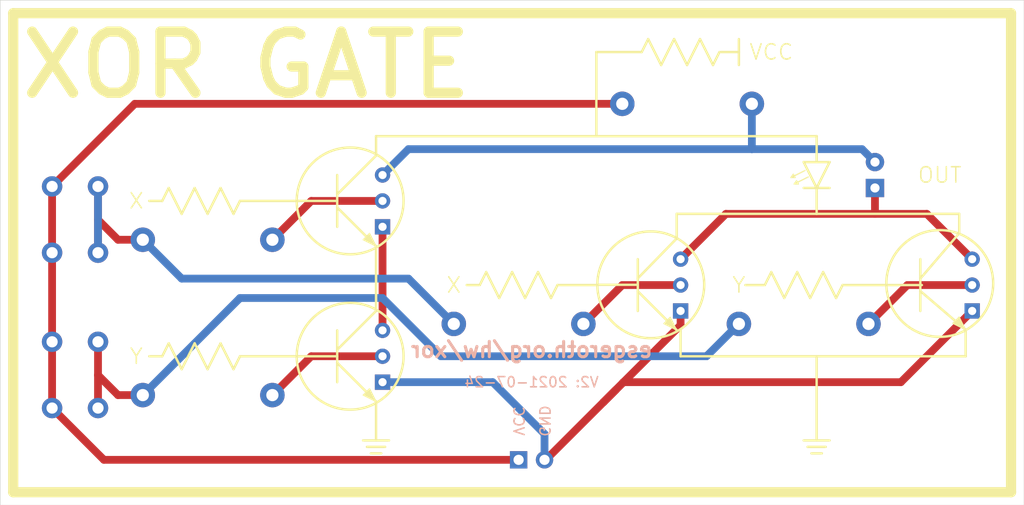
<source format=kicad_pcb>
(kicad_pcb (version 20171130) (host pcbnew 5.1.9+dfsg1-1)

  (general
    (thickness 1.6)
    (drawings 119)
    (tracks 57)
    (zones 0)
    (modules 13)
    (nets 12)
  )

  (page A4)
  (layers
    (0 F.Cu signal)
    (31 B.Cu signal)
    (32 B.Adhes user)
    (33 F.Adhes user)
    (34 B.Paste user)
    (35 F.Paste user)
    (36 B.SilkS user)
    (37 F.SilkS user)
    (38 B.Mask user)
    (39 F.Mask user)
    (40 Dwgs.User user)
    (41 Cmts.User user)
    (42 Eco1.User user)
    (43 Eco2.User user)
    (44 Edge.Cuts user)
    (45 Margin user)
    (46 B.CrtYd user)
    (47 F.CrtYd user)
    (48 B.Fab user)
    (49 F.Fab user)
  )

  (setup
    (last_trace_width 0.762)
    (user_trace_width 0.762)
    (user_trace_width 1.016)
    (trace_clearance 0.1524)
    (zone_clearance 0.508)
    (zone_45_only no)
    (trace_min 0.1524)
    (via_size 0.6858)
    (via_drill 0.3302)
    (via_min_size 0.508)
    (via_min_drill 0.254)
    (uvia_size 0.6858)
    (uvia_drill 0.3302)
    (uvias_allowed no)
    (uvia_min_size 0.508)
    (uvia_min_drill 0.254)
    (edge_width 0.05)
    (segment_width 0.2)
    (pcb_text_width 0.3)
    (pcb_text_size 1.5 1.5)
    (mod_edge_width 0.12)
    (mod_text_size 1 1)
    (mod_text_width 0.15)
    (pad_size 1.524 1.524)
    (pad_drill 0.762)
    (pad_to_mask_clearance 0.0508)
    (solder_mask_min_width 0.1016)
    (aux_axis_origin 0 0)
    (visible_elements FFFFFF7F)
    (pcbplotparams
      (layerselection 0x010fc_ffffffff)
      (usegerberextensions false)
      (usegerberattributes true)
      (usegerberadvancedattributes true)
      (creategerberjobfile true)
      (excludeedgelayer true)
      (linewidth 0.100000)
      (plotframeref false)
      (viasonmask false)
      (mode 1)
      (useauxorigin false)
      (hpglpennumber 1)
      (hpglpenspeed 20)
      (hpglpendiameter 15.000000)
      (psnegative false)
      (psa4output false)
      (plotreference true)
      (plotvalue true)
      (plotinvisibletext false)
      (padsonsilk false)
      (subtractmaskfromsilk false)
      (outputformat 1)
      (mirror false)
      (drillshape 1)
      (scaleselection 1)
      (outputdirectory ""))
  )

  (net 0 "")
  (net 1 "Net-(D1-Pad1)")
  (net 2 "Net-(D1-Pad2)")
  (net 3 VCC)
  (net 4 GND)
  (net 5 "Net-(Q1-Pad2)")
  (net 6 "Net-(Q1-Pad1)")
  (net 7 "Net-(Q2-Pad2)")
  (net 8 "Net-(Q3-Pad2)")
  (net 9 "Net-(Q4-Pad2)")
  (net 10 "Net-(R1-Pad2)")
  (net 11 "Net-(R2-Pad2)")

  (net_class Default "This is the default net class."
    (clearance 0.1524)
    (trace_width 0.1524)
    (via_dia 0.6858)
    (via_drill 0.3302)
    (uvia_dia 0.6858)
    (uvia_drill 0.3302)
    (add_net GND)
    (add_net "Net-(D1-Pad1)")
    (add_net "Net-(D1-Pad2)")
    (add_net "Net-(Q1-Pad1)")
    (add_net "Net-(Q1-Pad2)")
    (add_net "Net-(Q2-Pad2)")
    (add_net "Net-(Q3-Pad2)")
    (add_net "Net-(Q4-Pad2)")
    (add_net "Net-(R1-Pad2)")
    (add_net "Net-(R2-Pad2)")
    (add_net VCC)
  )

  (module Package_TO_SOT_THT:TO-92_Inline_Wide (layer F.Cu) (tedit 60FB1B87) (tstamp 60FA92E4)
    (at 171.45 81.28 90)
    (descr "TO-92 leads in-line, wide, drill 0.75mm (see NXP sot054_po.pdf)")
    (tags "to-92 sc-43 sc-43a sot54 PA33 transistor")
    (path /60FAB3F5)
    (fp_text reference Q4 (at 2.54 -3.56 90) (layer F.SilkS) hide
      (effects (font (size 1 1) (thickness 0.15)))
    )
    (fp_text value PN2222A (at 2.54 2.79 90) (layer F.Fab)
      (effects (font (size 1 1) (thickness 0.15)))
    )
    (fp_arc (start 2.54 0) (end 2.54 -2.48) (angle -135) (layer F.Fab) (width 0.1))
    (fp_arc (start 2.54 0) (end 2.54 -2.48) (angle 135) (layer F.Fab) (width 0.1))
    (fp_text user %R (at 2.54 0 90) (layer F.Fab)
      (effects (font (size 1 1) (thickness 0.15)))
    )
    (fp_line (start 0.8 1.75) (end 4.3 1.75) (layer F.Fab) (width 0.1))
    (fp_line (start -1.01 -2.73) (end 6.09 -2.73) (layer F.CrtYd) (width 0.05))
    (fp_line (start -1.01 -2.73) (end -1.01 2.01) (layer F.CrtYd) (width 0.05))
    (fp_line (start 6.09 2.01) (end 6.09 -2.73) (layer F.CrtYd) (width 0.05))
    (fp_line (start 6.09 2.01) (end -1.01 2.01) (layer F.CrtYd) (width 0.05))
    (pad 1 thru_hole rect (at 0 0 90) (size 1.5 1.5) (drill 0.8) (layers *.Cu *.Mask)
      (net 4 GND))
    (pad 3 thru_hole circle (at 5.08 0 90) (size 1.5 1.5) (drill 0.8) (layers *.Cu *.Mask)
      (net 1 "Net-(D1-Pad1)"))
    (pad 2 thru_hole circle (at 2.54 0 90) (size 1.5 1.5) (drill 0.8) (layers *.Cu *.Mask)
      (net 9 "Net-(Q4-Pad2)"))
    (model ${KISYS3DMOD}/Package_TO_SOT_THT.3dshapes/TO-92_Inline_Wide.wrl
      (at (xyz 0 0 0))
      (scale (xyz 1 1 1))
      (rotate (xyz 0 0 0))
    )
  )

  (module Package_TO_SOT_THT:TO-92_Inline_Wide (layer F.Cu) (tedit 60FB1B77) (tstamp 60FAA0C7)
    (at 142.875 81.28 90)
    (descr "TO-92 leads in-line, wide, drill 0.75mm (see NXP sot054_po.pdf)")
    (tags "to-92 sc-43 sc-43a sot54 PA33 transistor")
    (path /60FAAC55)
    (fp_text reference Q3 (at 2.54 -3.56 90) (layer F.SilkS) hide
      (effects (font (size 1 1) (thickness 0.15)))
    )
    (fp_text value PN2222A (at 2.54 2.79 90) (layer F.Fab)
      (effects (font (size 1 1) (thickness 0.15)))
    )
    (fp_arc (start 2.54 0) (end 2.54 -2.48) (angle -135) (layer F.Fab) (width 0.1))
    (fp_arc (start 2.54 0) (end 2.54 -2.48) (angle 135) (layer F.Fab) (width 0.1))
    (fp_text user %R (at 2.54 0 90) (layer F.Fab)
      (effects (font (size 1 1) (thickness 0.15)))
    )
    (fp_line (start 0.8 1.75) (end 4.3 1.75) (layer F.Fab) (width 0.1))
    (fp_line (start -1.01 -2.73) (end 6.09 -2.73) (layer F.CrtYd) (width 0.05))
    (fp_line (start -1.01 -2.73) (end -1.01 2.01) (layer F.CrtYd) (width 0.05))
    (fp_line (start 6.09 2.01) (end 6.09 -2.73) (layer F.CrtYd) (width 0.05))
    (fp_line (start 6.09 2.01) (end -1.01 2.01) (layer F.CrtYd) (width 0.05))
    (pad 1 thru_hole rect (at 0 0 90) (size 1.5 1.5) (drill 0.8) (layers *.Cu *.Mask)
      (net 4 GND))
    (pad 3 thru_hole circle (at 5.08 0 90) (size 1.5 1.5) (drill 0.8) (layers *.Cu *.Mask)
      (net 1 "Net-(D1-Pad1)"))
    (pad 2 thru_hole circle (at 2.54 0 90) (size 1.5 1.5) (drill 0.8) (layers *.Cu *.Mask)
      (net 8 "Net-(Q3-Pad2)"))
    (model ${KISYS3DMOD}/Package_TO_SOT_THT.3dshapes/TO-92_Inline_Wide.wrl
      (at (xyz 0 0 0))
      (scale (xyz 1 1 1))
      (rotate (xyz 0 0 0))
    )
  )

  (module Resistor_THT:R_Axial_DIN0411_L9.9mm_D3.6mm_P12.70mm_Horizontal (layer F.Cu) (tedit 60FB1B66) (tstamp 60FA9312)
    (at 102.87 89.535 180)
    (descr "Resistor, Axial_DIN0411 series, Axial, Horizontal, pin pitch=12.7mm, 1W, length*diameter=9.9*3.6mm^2")
    (tags "Resistor Axial_DIN0411 series Axial Horizontal pin pitch 12.7mm 1W length 9.9mm diameter 3.6mm")
    (path /60FAC52B)
    (fp_text reference R2 (at 6.35 -2.92 180) (layer F.SilkS) hide
      (effects (font (size 1 1) (thickness 0.15)))
    )
    (fp_text value 10000 (at 6.35 2.92 180) (layer F.Fab)
      (effects (font (size 1 1) (thickness 0.15)))
    )
    (fp_line (start 14.15 -2.05) (end -1.45 -2.05) (layer F.CrtYd) (width 0.05))
    (fp_line (start 14.15 2.05) (end 14.15 -2.05) (layer F.CrtYd) (width 0.05))
    (fp_line (start -1.45 2.05) (end 14.15 2.05) (layer F.CrtYd) (width 0.05))
    (fp_line (start -1.45 -2.05) (end -1.45 2.05) (layer F.CrtYd) (width 0.05))
    (fp_line (start 12.7 0) (end 11.3 0) (layer F.Fab) (width 0.1))
    (fp_line (start 0 0) (end 1.4 0) (layer F.Fab) (width 0.1))
    (fp_line (start 11.3 -1.8) (end 1.4 -1.8) (layer F.Fab) (width 0.1))
    (fp_line (start 11.3 1.8) (end 11.3 -1.8) (layer F.Fab) (width 0.1))
    (fp_line (start 1.4 1.8) (end 11.3 1.8) (layer F.Fab) (width 0.1))
    (fp_line (start 1.4 -1.8) (end 1.4 1.8) (layer F.Fab) (width 0.1))
    (fp_text user %R (at 6.35 0 180) (layer F.Fab)
      (effects (font (size 1 1) (thickness 0.15)))
    )
    (pad 1 thru_hole circle (at 0 0 180) (size 2.4 2.4) (drill 1.2) (layers *.Cu *.Mask)
      (net 7 "Net-(Q2-Pad2)"))
    (pad 2 thru_hole oval (at 12.7 0 180) (size 2.4 2.4) (drill 1.2) (layers *.Cu *.Mask)
      (net 11 "Net-(R2-Pad2)"))
    (model ${KISYS3DMOD}/Resistor_THT.3dshapes/R_Axial_DIN0411_L9.9mm_D3.6mm_P12.70mm_Horizontal.wrl
      (at (xyz 0 0 0))
      (scale (xyz 1 1 1))
      (rotate (xyz 0 0 0))
    )
  )

  (module Package_TO_SOT_THT:TO-92_Inline_Wide (layer F.Cu) (tedit 60FB1B55) (tstamp 60FA92AE)
    (at 113.665 73.025 90)
    (descr "TO-92 leads in-line, wide, drill 0.75mm (see NXP sot054_po.pdf)")
    (tags "to-92 sc-43 sc-43a sot54 PA33 transistor")
    (path /60FA9765)
    (fp_text reference Q1 (at 2.54 -3.56 90) (layer F.SilkS) hide
      (effects (font (size 1 1) (thickness 0.15)))
    )
    (fp_text value PN2222A (at 2.54 2.79 90) (layer F.Fab)
      (effects (font (size 1 1) (thickness 0.15)))
    )
    (fp_arc (start 2.54 0) (end 2.54 -2.48) (angle -135) (layer F.Fab) (width 0.1))
    (fp_arc (start 2.54 0) (end 2.54 -2.48) (angle 135) (layer F.Fab) (width 0.1))
    (fp_text user %R (at 2.54 0 90) (layer F.Fab)
      (effects (font (size 1 1) (thickness 0.15)))
    )
    (fp_line (start 0.8 1.75) (end 4.3 1.75) (layer F.Fab) (width 0.1))
    (fp_line (start -1.01 -2.73) (end 6.09 -2.73) (layer F.CrtYd) (width 0.05))
    (fp_line (start -1.01 -2.73) (end -1.01 2.01) (layer F.CrtYd) (width 0.05))
    (fp_line (start 6.09 2.01) (end 6.09 -2.73) (layer F.CrtYd) (width 0.05))
    (fp_line (start 6.09 2.01) (end -1.01 2.01) (layer F.CrtYd) (width 0.05))
    (pad 1 thru_hole rect (at 0 0 90) (size 1.5 1.5) (drill 0.8) (layers *.Cu *.Mask)
      (net 6 "Net-(Q1-Pad1)"))
    (pad 3 thru_hole circle (at 5.08 0 90) (size 1.5 1.5) (drill 0.8) (layers *.Cu *.Mask)
      (net 2 "Net-(D1-Pad2)"))
    (pad 2 thru_hole circle (at 2.54 0 90) (size 1.5 1.5) (drill 0.8) (layers *.Cu *.Mask)
      (net 5 "Net-(Q1-Pad2)"))
    (model ${KISYS3DMOD}/Package_TO_SOT_THT.3dshapes/TO-92_Inline_Wide.wrl
      (at (xyz 0 0 0))
      (scale (xyz 1 1 1))
      (rotate (xyz 0 0 0))
    )
  )

  (module Package_TO_SOT_THT:TO-92_Inline_Wide (layer F.Cu) (tedit 60FB1B42) (tstamp 60FA9D59)
    (at 113.665 88.265 90)
    (descr "TO-92 leads in-line, wide, drill 0.75mm (see NXP sot054_po.pdf)")
    (tags "to-92 sc-43 sc-43a sot54 PA33 transistor")
    (path /60FAA278)
    (fp_text reference Q2 (at 2.54 -3.56 90) (layer F.SilkS) hide
      (effects (font (size 1 1) (thickness 0.15)))
    )
    (fp_text value PN2222A (at 2.54 2.79 90) (layer F.Fab)
      (effects (font (size 1 1) (thickness 0.15)))
    )
    (fp_arc (start 2.54 0) (end 2.54 -2.48) (angle -135) (layer F.Fab) (width 0.1))
    (fp_arc (start 2.54 0) (end 2.54 -2.48) (angle 135) (layer F.Fab) (width 0.1))
    (fp_text user %R (at 2.54 0 90) (layer F.Fab)
      (effects (font (size 1 1) (thickness 0.15)))
    )
    (fp_line (start 0.8 1.75) (end 4.3 1.75) (layer F.Fab) (width 0.1))
    (fp_line (start -1.01 -2.73) (end 6.09 -2.73) (layer F.CrtYd) (width 0.05))
    (fp_line (start -1.01 -2.73) (end -1.01 2.01) (layer F.CrtYd) (width 0.05))
    (fp_line (start 6.09 2.01) (end 6.09 -2.73) (layer F.CrtYd) (width 0.05))
    (fp_line (start 6.09 2.01) (end -1.01 2.01) (layer F.CrtYd) (width 0.05))
    (pad 1 thru_hole rect (at 0 0 90) (size 1.5 1.5) (drill 0.8) (layers *.Cu *.Mask)
      (net 4 GND))
    (pad 3 thru_hole circle (at 5.08 0 90) (size 1.5 1.5) (drill 0.8) (layers *.Cu *.Mask)
      (net 6 "Net-(Q1-Pad1)"))
    (pad 2 thru_hole circle (at 2.54 0 90) (size 1.5 1.5) (drill 0.8) (layers *.Cu *.Mask)
      (net 7 "Net-(Q2-Pad2)"))
    (model ${KISYS3DMOD}/Package_TO_SOT_THT.3dshapes/TO-92_Inline_Wide.wrl
      (at (xyz 0 0 0))
      (scale (xyz 1 1 1))
      (rotate (xyz 0 0 0))
    )
  )

  (module Button_Switch_THT:SW_PUSH_6mm_H5mm (layer F.Cu) (tedit 60FAEAC8) (tstamp 60FA9376)
    (at 81.28 75.565 90)
    (descr "tactile push button, 6x6mm e.g. PHAP33xx series, height=5mm")
    (tags "tact sw push 6mm")
    (path /60FB915F)
    (fp_text reference SW1 (at 3.25 -2 90) (layer F.SilkS) hide
      (effects (font (size 1 1) (thickness 0.15)))
    )
    (fp_text value SW_Push (at 3.75 6.7 90) (layer F.Fab)
      (effects (font (size 1 1) (thickness 0.15)))
    )
    (fp_circle (center 3.25 2.25) (end 1.25 2.5) (layer F.Fab) (width 0.1))
    (fp_line (start 8 -1.25) (end 8 5.75) (layer F.CrtYd) (width 0.05))
    (fp_line (start 7.75 6) (end -1.25 6) (layer F.CrtYd) (width 0.05))
    (fp_line (start -1.5 5.75) (end -1.5 -1.25) (layer F.CrtYd) (width 0.05))
    (fp_line (start -1.25 -1.5) (end 7.75 -1.5) (layer F.CrtYd) (width 0.05))
    (fp_line (start -1.5 6) (end -1.25 6) (layer F.CrtYd) (width 0.05))
    (fp_line (start -1.5 5.75) (end -1.5 6) (layer F.CrtYd) (width 0.05))
    (fp_line (start -1.5 -1.5) (end -1.25 -1.5) (layer F.CrtYd) (width 0.05))
    (fp_line (start -1.5 -1.25) (end -1.5 -1.5) (layer F.CrtYd) (width 0.05))
    (fp_line (start 8 -1.5) (end 8 -1.25) (layer F.CrtYd) (width 0.05))
    (fp_line (start 7.75 -1.5) (end 8 -1.5) (layer F.CrtYd) (width 0.05))
    (fp_line (start 8 6) (end 8 5.75) (layer F.CrtYd) (width 0.05))
    (fp_line (start 7.75 6) (end 8 6) (layer F.CrtYd) (width 0.05))
    (fp_line (start 0.25 -0.75) (end 3.25 -0.75) (layer F.Fab) (width 0.1))
    (fp_line (start 0.25 5.25) (end 0.25 -0.75) (layer F.Fab) (width 0.1))
    (fp_line (start 6.25 5.25) (end 0.25 5.25) (layer F.Fab) (width 0.1))
    (fp_line (start 6.25 -0.75) (end 6.25 5.25) (layer F.Fab) (width 0.1))
    (fp_line (start 3.25 -0.75) (end 6.25 -0.75) (layer F.Fab) (width 0.1))
    (fp_text user %R (at 3.25 2.25 90) (layer F.Fab)
      (effects (font (size 1 1) (thickness 0.15)))
    )
    (pad 2 thru_hole circle (at 0 4.5 180) (size 2 2) (drill 1.1) (layers *.Cu *.Mask)
      (net 10 "Net-(R1-Pad2)"))
    (pad 1 thru_hole circle (at 0 0 180) (size 2 2) (drill 1.1) (layers *.Cu *.Mask)
      (net 3 VCC))
    (pad 2 thru_hole circle (at 6.5 4.5 180) (size 2 2) (drill 1.1) (layers *.Cu *.Mask)
      (net 10 "Net-(R1-Pad2)"))
    (pad 1 thru_hole circle (at 6.5 0 180) (size 2 2) (drill 1.1) (layers *.Cu *.Mask)
      (net 3 VCC))
    (model ${KISYS3DMOD}/Button_Switch_THT.3dshapes/SW_PUSH_6mm_H5mm.wrl
      (at (xyz 0 0 0))
      (scale (xyz 1 1 1))
      (rotate (xyz 0 0 0))
    )
  )

  (module Button_Switch_THT:SW_PUSH_6mm_H5mm (layer F.Cu) (tedit 60FAEABC) (tstamp 60FA9395)
    (at 81.28 90.805 90)
    (descr "tactile push button, 6x6mm e.g. PHAP33xx series, height=5mm")
    (tags "tact sw push 6mm")
    (path /60FB9C37)
    (fp_text reference SW2 (at 3.25 -2 90) (layer F.SilkS) hide
      (effects (font (size 1 1) (thickness 0.15)))
    )
    (fp_text value SW_Push (at 3.75 6.7 90) (layer F.Fab)
      (effects (font (size 1 1) (thickness 0.15)))
    )
    (fp_line (start 3.25 -0.75) (end 6.25 -0.75) (layer F.Fab) (width 0.1))
    (fp_line (start 6.25 -0.75) (end 6.25 5.25) (layer F.Fab) (width 0.1))
    (fp_line (start 6.25 5.25) (end 0.25 5.25) (layer F.Fab) (width 0.1))
    (fp_line (start 0.25 5.25) (end 0.25 -0.75) (layer F.Fab) (width 0.1))
    (fp_line (start 0.25 -0.75) (end 3.25 -0.75) (layer F.Fab) (width 0.1))
    (fp_line (start 7.75 6) (end 8 6) (layer F.CrtYd) (width 0.05))
    (fp_line (start 8 6) (end 8 5.75) (layer F.CrtYd) (width 0.05))
    (fp_line (start 7.75 -1.5) (end 8 -1.5) (layer F.CrtYd) (width 0.05))
    (fp_line (start 8 -1.5) (end 8 -1.25) (layer F.CrtYd) (width 0.05))
    (fp_line (start -1.5 -1.25) (end -1.5 -1.5) (layer F.CrtYd) (width 0.05))
    (fp_line (start -1.5 -1.5) (end -1.25 -1.5) (layer F.CrtYd) (width 0.05))
    (fp_line (start -1.5 5.75) (end -1.5 6) (layer F.CrtYd) (width 0.05))
    (fp_line (start -1.5 6) (end -1.25 6) (layer F.CrtYd) (width 0.05))
    (fp_line (start -1.25 -1.5) (end 7.75 -1.5) (layer F.CrtYd) (width 0.05))
    (fp_line (start -1.5 5.75) (end -1.5 -1.25) (layer F.CrtYd) (width 0.05))
    (fp_line (start 7.75 6) (end -1.25 6) (layer F.CrtYd) (width 0.05))
    (fp_line (start 8 -1.25) (end 8 5.75) (layer F.CrtYd) (width 0.05))
    (fp_circle (center 3.25 2.25) (end 1.25 2.5) (layer F.Fab) (width 0.1))
    (fp_text user %R (at 3.25 2.25 90) (layer F.Fab)
      (effects (font (size 1 1) (thickness 0.15)))
    )
    (pad 1 thru_hole circle (at 6.5 0 180) (size 2 2) (drill 1.1) (layers *.Cu *.Mask)
      (net 3 VCC))
    (pad 2 thru_hole circle (at 6.5 4.5 180) (size 2 2) (drill 1.1) (layers *.Cu *.Mask)
      (net 11 "Net-(R2-Pad2)"))
    (pad 1 thru_hole circle (at 0 0 180) (size 2 2) (drill 1.1) (layers *.Cu *.Mask)
      (net 3 VCC))
    (pad 2 thru_hole circle (at 0 4.5 180) (size 2 2) (drill 1.1) (layers *.Cu *.Mask)
      (net 11 "Net-(R2-Pad2)"))
    (model ${KISYS3DMOD}/Button_Switch_THT.3dshapes/SW_PUSH_6mm_H5mm.wrl
      (at (xyz 0 0 0))
      (scale (xyz 1 1 1))
      (rotate (xyz 0 0 0))
    )
  )

  (module Resistor_THT:R_Axial_DIN0411_L9.9mm_D3.6mm_P12.70mm_Horizontal (layer F.Cu) (tedit 60FAEAA5) (tstamp 60FAEAB2)
    (at 137.16 60.96)
    (descr "Resistor, Axial_DIN0411 series, Axial, Horizontal, pin pitch=12.7mm, 1W, length*diameter=9.9*3.6mm^2")
    (tags "Resistor Axial_DIN0411 series Axial Horizontal pin pitch 12.7mm 1W length 9.9mm diameter 3.6mm")
    (path /60FA855E)
    (fp_text reference R3 (at 6.35 -2.92 180) (layer F.SilkS) hide
      (effects (font (size 1 1) (thickness 0.15)))
    )
    (fp_text value 1000 (at 6.35 2.92 180) (layer F.Fab)
      (effects (font (size 1 1) (thickness 0.15)))
    )
    (fp_line (start 14.15 -2.05) (end -1.45 -2.05) (layer F.CrtYd) (width 0.05))
    (fp_line (start 14.15 2.05) (end 14.15 -2.05) (layer F.CrtYd) (width 0.05))
    (fp_line (start -1.45 2.05) (end 14.15 2.05) (layer F.CrtYd) (width 0.05))
    (fp_line (start -1.45 -2.05) (end -1.45 2.05) (layer F.CrtYd) (width 0.05))
    (fp_line (start 12.7 0) (end 11.3 0) (layer F.Fab) (width 0.1))
    (fp_line (start 0 0) (end 1.4 0) (layer F.Fab) (width 0.1))
    (fp_line (start 11.3 -1.8) (end 1.4 -1.8) (layer F.Fab) (width 0.1))
    (fp_line (start 11.3 1.8) (end 11.3 -1.8) (layer F.Fab) (width 0.1))
    (fp_line (start 1.4 1.8) (end 11.3 1.8) (layer F.Fab) (width 0.1))
    (fp_line (start 1.4 -1.8) (end 1.4 1.8) (layer F.Fab) (width 0.1))
    (fp_text user %R (at 6.35 0 90) (layer F.Fab)
      (effects (font (size 1 1) (thickness 0.15)))
    )
    (pad 1 thru_hole circle (at 0 0) (size 2.4 2.4) (drill 1.2) (layers *.Cu *.Mask)
      (net 3 VCC))
    (pad 2 thru_hole oval (at 12.7 0) (size 2.4 2.4) (drill 1.2) (layers *.Cu *.Mask)
      (net 2 "Net-(D1-Pad2)"))
    (model ${KISYS3DMOD}/Resistor_THT.3dshapes/R_Axial_DIN0411_L9.9mm_D3.6mm_P12.70mm_Horizontal.wrl
      (at (xyz 0 0 0))
      (scale (xyz 1 1 1))
      (rotate (xyz 0 0 0))
    )
  )

  (module Resistor_THT:R_Axial_DIN0411_L9.9mm_D3.6mm_P12.70mm_Horizontal (layer F.Cu) (tedit 60FAEA5D) (tstamp 60FA9357)
    (at 161.29 82.55 180)
    (descr "Resistor, Axial_DIN0411 series, Axial, Horizontal, pin pitch=12.7mm, 1W, length*diameter=9.9*3.6mm^2")
    (tags "Resistor Axial_DIN0411 series Axial Horizontal pin pitch 12.7mm 1W length 9.9mm diameter 3.6mm")
    (path /60FACFBF)
    (fp_text reference R5 (at 6.35 -2.92 180) (layer F.SilkS) hide
      (effects (font (size 1 1) (thickness 0.15)))
    )
    (fp_text value 10000 (at 6.35 2.92 180) (layer F.Fab)
      (effects (font (size 1 1) (thickness 0.15)))
    )
    (fp_line (start 14.15 -2.05) (end -1.45 -2.05) (layer F.CrtYd) (width 0.05))
    (fp_line (start 14.15 2.05) (end 14.15 -2.05) (layer F.CrtYd) (width 0.05))
    (fp_line (start -1.45 2.05) (end 14.15 2.05) (layer F.CrtYd) (width 0.05))
    (fp_line (start -1.45 -2.05) (end -1.45 2.05) (layer F.CrtYd) (width 0.05))
    (fp_line (start 12.7 0) (end 11.3 0) (layer F.Fab) (width 0.1))
    (fp_line (start 0 0) (end 1.4 0) (layer F.Fab) (width 0.1))
    (fp_line (start 11.3 -1.8) (end 1.4 -1.8) (layer F.Fab) (width 0.1))
    (fp_line (start 11.3 1.8) (end 11.3 -1.8) (layer F.Fab) (width 0.1))
    (fp_line (start 1.4 1.8) (end 11.3 1.8) (layer F.Fab) (width 0.1))
    (fp_line (start 1.4 -1.8) (end 1.4 1.8) (layer F.Fab) (width 0.1))
    (fp_text user %R (at 6.35 0 180) (layer F.Fab)
      (effects (font (size 1 1) (thickness 0.15)))
    )
    (pad 1 thru_hole circle (at 0 0 180) (size 2.4 2.4) (drill 1.2) (layers *.Cu *.Mask)
      (net 9 "Net-(Q4-Pad2)"))
    (pad 2 thru_hole oval (at 12.7 0 180) (size 2.4 2.4) (drill 1.2) (layers *.Cu *.Mask)
      (net 11 "Net-(R2-Pad2)"))
    (model ${KISYS3DMOD}/Resistor_THT.3dshapes/R_Axial_DIN0411_L9.9mm_D3.6mm_P12.70mm_Horizontal.wrl
      (at (xyz 0 0 0))
      (scale (xyz 1 1 1))
      (rotate (xyz 0 0 0))
    )
  )

  (module Connector_PinHeader_2.54mm:PinHeader_1x02_P2.54mm_Vertical (layer B.Cu) (tedit 60FAEA44) (tstamp 60FA929C)
    (at 127 95.885 270)
    (descr "Through hole straight pin header, 1x02, 2.54mm pitch, single row")
    (tags "Through hole pin header THT 1x02 2.54mm single row")
    (path /60FA2ED3)
    (fp_text reference J1 (at 0 2.33 270) (layer B.SilkS) hide
      (effects (font (size 1 1) (thickness 0.15)) (justify mirror))
    )
    (fp_text value Power (at 0 -4.87 270) (layer B.Fab)
      (effects (font (size 1 1) (thickness 0.15)) (justify mirror))
    )
    (fp_line (start 1.8 1.8) (end -1.8 1.8) (layer B.CrtYd) (width 0.05))
    (fp_line (start 1.8 -4.35) (end 1.8 1.8) (layer B.CrtYd) (width 0.05))
    (fp_line (start -1.8 -4.35) (end 1.8 -4.35) (layer B.CrtYd) (width 0.05))
    (fp_line (start -1.8 1.8) (end -1.8 -4.35) (layer B.CrtYd) (width 0.05))
    (fp_line (start -1.27 0.635) (end -0.635 1.27) (layer B.Fab) (width 0.1))
    (fp_line (start -1.27 -3.81) (end -1.27 0.635) (layer B.Fab) (width 0.1))
    (fp_line (start 1.27 -3.81) (end -1.27 -3.81) (layer B.Fab) (width 0.1))
    (fp_line (start 1.27 1.27) (end 1.27 -3.81) (layer B.Fab) (width 0.1))
    (fp_line (start -0.635 1.27) (end 1.27 1.27) (layer B.Fab) (width 0.1))
    (fp_text user %R (at 0 -1.27 180) (layer B.Fab)
      (effects (font (size 1 1) (thickness 0.15)) (justify mirror))
    )
    (pad 2 thru_hole oval (at 0 -2.54 270) (size 1.7 1.7) (drill 1) (layers *.Cu *.Mask)
      (net 4 GND))
    (pad 1 thru_hole rect (at 0 0 270) (size 1.7 1.7) (drill 1) (layers *.Cu *.Mask)
      (net 3 VCC))
    (model ${KISYS3DMOD}/Connector_PinHeader_2.54mm.3dshapes/PinHeader_1x02_P2.54mm_Vertical.wrl
      (at (xyz 0 0 0))
      (scale (xyz 1 1 1))
      (rotate (xyz 0 0 0))
    )
  )

  (module LED_THT:LED_D5.0mm (layer F.Cu) (tedit 60FAEA09) (tstamp 60FAEB12)
    (at 161.925 69.215 90)
    (descr "LED, diameter 5.0mm, 2 pins, http://cdn-reichelt.de/documents/datenblatt/A500/LL-504BC2E-009.pdf")
    (tags "LED diameter 5.0mm 2 pins")
    (path /60FB72C6)
    (fp_text reference D1 (at 1.27 -3.96 90) (layer F.SilkS) hide
      (effects (font (size 1 1) (thickness 0.15)))
    )
    (fp_text value LED (at 1.27 3.96 90) (layer F.Fab)
      (effects (font (size 1 1) (thickness 0.15)))
    )
    (fp_line (start 4.5 -3.25) (end -1.95 -3.25) (layer F.CrtYd) (width 0.05))
    (fp_line (start 4.5 3.25) (end 4.5 -3.25) (layer F.CrtYd) (width 0.05))
    (fp_line (start -1.95 3.25) (end 4.5 3.25) (layer F.CrtYd) (width 0.05))
    (fp_line (start -1.95 -3.25) (end -1.95 3.25) (layer F.CrtYd) (width 0.05))
    (fp_line (start -1.23 -1.469694) (end -1.23 1.469694) (layer F.Fab) (width 0.1))
    (fp_circle (center 1.27 0) (end 3.77 0) (layer F.Fab) (width 0.1))
    (fp_arc (start 1.27 0) (end -1.23 -1.469694) (angle 299.1) (layer F.Fab) (width 0.1))
    (fp_text user %R (at 1.25 0 90) (layer F.Fab)
      (effects (font (size 0.8 0.8) (thickness 0.2)))
    )
    (pad 1 thru_hole rect (at 0 0 90) (size 1.8 1.8) (drill 0.9) (layers *.Cu *.Mask)
      (net 1 "Net-(D1-Pad1)"))
    (pad 2 thru_hole circle (at 2.54 0 90) (size 1.8 1.8) (drill 0.9) (layers *.Cu *.Mask)
      (net 2 "Net-(D1-Pad2)"))
    (model ${KISYS3DMOD}/LED_THT.3dshapes/LED_D5.0mm.wrl
      (at (xyz 0 0 0))
      (scale (xyz 1 1 1))
      (rotate (xyz 0 0 0))
    )
  )

  (module Resistor_THT:R_Axial_DIN0411_L9.9mm_D3.6mm_P12.70mm_Horizontal (layer F.Cu) (tedit 60FAE9F7) (tstamp 60FA9973)
    (at 133.35 82.55 180)
    (descr "Resistor, Axial_DIN0411 series, Axial, Horizontal, pin pitch=12.7mm, 1W, length*diameter=9.9*3.6mm^2")
    (tags "Resistor Axial_DIN0411 series Axial Horizontal pin pitch 12.7mm 1W length 9.9mm diameter 3.6mm")
    (path /60FAC9E8)
    (fp_text reference R4 (at 6.35 -2.92 180) (layer F.SilkS) hide
      (effects (font (size 1 1) (thickness 0.15)))
    )
    (fp_text value 10000 (at 6.35 2.92 180) (layer F.Fab)
      (effects (font (size 1 1) (thickness 0.15)))
    )
    (fp_line (start 1.4 -1.8) (end 1.4 1.8) (layer F.Fab) (width 0.1))
    (fp_line (start 1.4 1.8) (end 11.3 1.8) (layer F.Fab) (width 0.1))
    (fp_line (start 11.3 1.8) (end 11.3 -1.8) (layer F.Fab) (width 0.1))
    (fp_line (start 11.3 -1.8) (end 1.4 -1.8) (layer F.Fab) (width 0.1))
    (fp_line (start 0 0) (end 1.4 0) (layer F.Fab) (width 0.1))
    (fp_line (start 12.7 0) (end 11.3 0) (layer F.Fab) (width 0.1))
    (fp_line (start -1.45 -2.05) (end -1.45 2.05) (layer F.CrtYd) (width 0.05))
    (fp_line (start -1.45 2.05) (end 14.15 2.05) (layer F.CrtYd) (width 0.05))
    (fp_line (start 14.15 2.05) (end 14.15 -2.05) (layer F.CrtYd) (width 0.05))
    (fp_line (start 14.15 -2.05) (end -1.45 -2.05) (layer F.CrtYd) (width 0.05))
    (fp_text user %R (at 6.35 0 180) (layer F.Fab)
      (effects (font (size 1 1) (thickness 0.15)))
    )
    (pad 2 thru_hole oval (at 12.7 0 180) (size 2.4 2.4) (drill 1.2) (layers *.Cu *.Mask)
      (net 10 "Net-(R1-Pad2)"))
    (pad 1 thru_hole circle (at 0 0 180) (size 2.4 2.4) (drill 1.2) (layers *.Cu *.Mask)
      (net 8 "Net-(Q3-Pad2)"))
    (model ${KISYS3DMOD}/Resistor_THT.3dshapes/R_Axial_DIN0411_L9.9mm_D3.6mm_P12.70mm_Horizontal.wrl
      (at (xyz 0 0 0))
      (scale (xyz 1 1 1))
      (rotate (xyz 0 0 0))
    )
  )

  (module Resistor_THT:R_Axial_DIN0411_L9.9mm_D3.6mm_P12.70mm_Horizontal (layer F.Cu) (tedit 60FAE6B1) (tstamp 60FA92FB)
    (at 102.87 74.295 180)
    (descr "Resistor, Axial_DIN0411 series, Axial, Horizontal, pin pitch=12.7mm, 1W, length*diameter=9.9*3.6mm^2")
    (tags "Resistor Axial_DIN0411 series Axial Horizontal pin pitch 12.7mm 1W length 9.9mm diameter 3.6mm")
    (path /60FABBA5)
    (fp_text reference R1 (at 6.35 -2.92) (layer F.SilkS) hide
      (effects (font (size 1 1) (thickness 0.15)))
    )
    (fp_text value 10000 (at 6.35 2.92) (layer F.Fab) hide
      (effects (font (size 1 1) (thickness 0.15)))
    )
    (fp_line (start 14.15 -2.05) (end -1.45 -2.05) (layer F.CrtYd) (width 0.05))
    (fp_line (start 14.15 2.05) (end 14.15 -2.05) (layer F.CrtYd) (width 0.05))
    (fp_line (start -1.45 2.05) (end 14.15 2.05) (layer F.CrtYd) (width 0.05))
    (fp_line (start -1.45 -2.05) (end -1.45 2.05) (layer F.CrtYd) (width 0.05))
    (fp_line (start 12.7 0) (end 11.3 0) (layer F.Fab) (width 0.1))
    (fp_line (start 0 0) (end 1.4 0) (layer F.Fab) (width 0.1))
    (fp_line (start 11.3 -1.8) (end 1.4 -1.8) (layer F.Fab) (width 0.1))
    (fp_line (start 11.3 1.8) (end 11.3 -1.8) (layer F.Fab) (width 0.1))
    (fp_line (start 1.4 1.8) (end 11.3 1.8) (layer F.Fab) (width 0.1))
    (fp_line (start 1.4 -1.8) (end 1.4 1.8) (layer F.Fab) (width 0.1))
    (fp_text user %R (at 6.35 0) (layer F.Fab) hide
      (effects (font (size 1 1) (thickness 0.15)))
    )
    (pad 2 thru_hole oval (at 12.7 0 180) (size 2.4 2.4) (drill 1.2) (layers *.Cu *.Mask)
      (net 10 "Net-(R1-Pad2)"))
    (pad 1 thru_hole circle (at 0 0 180) (size 2.4 2.4) (drill 1.2) (layers *.Cu *.Mask)
      (net 5 "Net-(Q1-Pad2)"))
    (model ${KISYS3DMOD}/Resistor_THT.3dshapes/R_Axial_DIN0411_L9.9mm_D3.6mm_P12.70mm_Horizontal.wrl
      (at (xyz 0 0 0))
      (scale (xyz 1 1 1))
      (rotate (xyz 0 0 0))
    )
  )

  (gr_line (start 134.62 55.88) (end 139.065 55.88) (layer F.SilkS) (width 0.24) (tstamp 60FB1221))
  (gr_line (start 113.919 94.615) (end 112.141 94.615) (layer F.SilkS) (width 0.24) (tstamp 60FB0A53))
  (gr_line (start 114.3 93.98) (end 111.76 93.98) (layer F.SilkS) (width 0.24) (tstamp 60FB0A52))
  (gr_line (start 113.03 93.98) (end 113.03 90.17) (layer F.SilkS) (width 0.24) (tstamp 60FB0A51))
  (gr_line (start 113.538 95.25) (end 112.522 95.25) (layer F.SilkS) (width 0.24) (tstamp 60FB0A4F))
  (gr_line (start 113.03 81.28) (end 113.03 74.93) (layer F.SilkS) (width 0.24) (tstamp 60FB0A28))
  (gr_line (start 92.075 85.725) (end 90.805 85.725) (layer F.SilkS) (width 0.24) (tstamp 60FB0A28))
  (gr_line (start 105.41 85.725) (end 99.695 85.725) (layer F.SilkS) (width 0.24) (tstamp 60FB0A28))
  (gr_line (start 92.075 70.485) (end 90.805 70.485) (layer F.SilkS) (width 0.24) (tstamp 60FB0A28))
  (gr_line (start 105.41 70.485) (end 99.695 70.485) (layer F.SilkS) (width 0.24) (tstamp 60FB0A28))
  (gr_line (start 123.19 78.74) (end 121.92 78.74) (layer F.SilkS) (width 0.24) (tstamp 60FB0A28))
  (gr_line (start 134.62 78.74) (end 130.81 78.74) (layer F.SilkS) (width 0.24) (tstamp 60FB0A28))
  (gr_line (start 163.038656 78.74) (end 158.75 78.74) (layer F.SilkS) (width 0.24) (tstamp 60FB0A28))
  (gr_line (start 151.13 78.74) (end 149.225 78.74) (layer F.SilkS) (width 0.24) (tstamp 60FB0A28))
  (gr_line (start 156.718 95.25) (end 155.702 95.25) (layer F.SilkS) (width 0.24) (tstamp 60FB098E))
  (gr_line (start 157.099 94.615) (end 155.321 94.615) (layer F.SilkS) (width 0.24) (tstamp 60FB098E))
  (gr_line (start 157.48 93.98) (end 154.94 93.98) (layer F.SilkS) (width 0.24) (tstamp 60FB098E))
  (gr_line (start 156.21 93.98) (end 156.21 85.725) (layer F.SilkS) (width 0.24) (tstamp 60FB08F9))
  (gr_line (start 113.03 65.913) (end 113.03 64.135) (layer F.SilkS) (width 0.24) (tstamp 60FB08F9))
  (gr_text Y (at 89.535 85.725) (layer F.SilkS)
    (effects (font (size 1.5 1.5) (thickness 0.15)))
  )
  (gr_text X (at 89.535 70.485) (layer F.SilkS)
    (effects (font (size 1.5 1.5) (thickness 0.15)))
  )
  (gr_text X (at 120.65 78.74) (layer F.SilkS)
    (effects (font (size 1.5 1.5) (thickness 0.15)))
  )
  (gr_text Y (at 148.59 78.74) (layer F.SilkS)
    (effects (font (size 1.5 1.5) (thickness 0.15)))
  )
  (gr_text VCC (at 151.765 55.88) (layer F.SilkS)
    (effects (font (size 1.5 1.5) (thickness 0.15)))
  )
  (gr_line (start 148.59 57.15) (end 148.59 54.61) (layer F.SilkS) (width 0.24) (tstamp 60FB075F))
  (gr_line (start 146.812 55.88) (end 148.59 55.88) (layer F.SilkS) (width 0.24) (tstamp 60FB0755))
  (gr_line (start 134.62 64.135) (end 134.62 55.88) (layer F.SilkS) (width 0.24) (tstamp 60FB0755))
  (gr_line (start 156.21 66.675) (end 156.21 64.135) (layer F.SilkS) (width 0.24) (tstamp 60FB0755))
  (gr_line (start 156.21 64.135) (end 113.03 64.135) (layer F.SilkS) (width 0.24) (tstamp 60FB074D))
  (gr_text OUT (at 168.275 67.945) (layer F.SilkS)
    (effects (font (size 1.5 1.5) (thickness 0.15)))
  )
  (gr_line (start 155.3845 68.1355) (end 154.1145 68.7705) (layer F.SilkS) (width 0.12) (tstamp 60FB06BC))
  (gr_poly (pts (xy 153.9875 68.834) (xy 154.2415 68.48475) (xy 154.432 68.834)) (layer F.SilkS) (width 0.1) (tstamp 60FB06BB))
  (gr_poly (pts (xy 153.67 68.199) (xy 153.924 67.84975) (xy 154.1145 68.199)) (layer F.SilkS) (width 0.1))
  (gr_line (start 155.067 67.5005) (end 153.797 68.1355) (layer F.SilkS) (width 0.12))
  (gr_line (start 154.94 66.675) (end 156.21 69.215) (layer F.SilkS) (width 0.24) (tstamp 60FB05E7))
  (gr_line (start 157.48 66.675) (end 154.94 66.675) (layer F.SilkS) (width 0.24))
  (gr_line (start 156.21 69.215) (end 157.48 66.675) (layer F.SilkS) (width 0.24))
  (gr_line (start 157.48 69.215) (end 154.94 69.215) (layer F.SilkS) (width 0.24))
  (gr_line (start 156.21 71.755) (end 156.21 69.215) (layer F.SilkS) (width 0.24) (tstamp 60FB04E6))
  (gr_line (start 170.815 85.725) (end 142.875 85.725) (layer F.SilkS) (width 0.24) (tstamp 60FB04EB))
  (gr_line (start 142.875 85.725) (end 142.875 83.185) (layer F.SilkS) (width 0.24) (tstamp 60FB04E6))
  (gr_line (start 170.815 85.725) (end 170.815 83.185) (layer F.SilkS) (width 0.24) (tstamp 60FB04E6))
  (gr_line (start 142.494 71.755) (end 142.494 74.168) (layer F.SilkS) (width 0.24))
  (gr_line (start 170.18 71.755) (end 142.494 71.755) (layer F.SilkS) (width 0.24))
  (gr_line (start 170.18 73.66) (end 170.18 71.755) (layer F.SilkS) (width 0.24))
  (gr_poly (pts (xy 170.815 83.1342) (xy 169.545 82.4992) (xy 170.18 81.8642)) (layer F.SilkS) (width 0.1) (tstamp 60FB04B1))
  (gr_line (start 166.37 76.2) (end 166.37 81.28) (layer F.SilkS) (width 0.24) (tstamp 60FB04B4))
  (gr_line (start 166.5224 78.74) (end 163.038656 78.74) (layer F.SilkS) (width 0.24) (tstamp 60FB04B7))
  (gr_line (start 166.37 78.105) (end 170.18 73.66) (layer F.SilkS) (width 0.24) (tstamp 60FB04BA))
  (gr_circle (center 168.275 78.583656) (end 173.511344 78.583656) (layer F.SilkS) (width 0.24) (tstamp 60FB04AE))
  (gr_line (start 166.37 79.3242) (end 170.815 83.1342) (layer F.SilkS) (width 0.24) (tstamp 60FB04AB))
  (gr_poly (pts (xy 142.494 83.1596) (xy 141.224 82.5246) (xy 141.859 81.8896)) (layer F.SilkS) (width 0.1) (tstamp 60FB02A0))
  (gr_line (start 138.684 76.2) (end 138.684 81.28) (layer F.SilkS) (width 0.24) (tstamp 60FB029F))
  (gr_line (start 138.684 78.7146) (end 134.717656 78.7146) (layer F.SilkS) (width 0.24) (tstamp 60FB029E))
  (gr_line (start 138.684 78.0796) (end 142.494 74.168) (layer F.SilkS) (width 0.24) (tstamp 60FB029D))
  (gr_circle (center 139.954 78.7146) (end 145.190344 78.7146) (layer F.SilkS) (width 0.24) (tstamp 60FB029C))
  (gr_line (start 138.684 79.3496) (end 142.494 83.1596) (layer F.SilkS) (width 0.24) (tstamp 60FB029B))
  (gr_line (start 142.24 54.61) (end 140.97 57.15) (layer F.SilkS) (width 0.24) (tstamp 60FAF784))
  (gr_line (start 144.78 54.61) (end 143.51 57.15) (layer F.SilkS) (width 0.24) (tstamp 60FAF783))
  (gr_line (start 140.97 57.15) (end 139.7 54.61) (layer F.SilkS) (width 0.24) (tstamp 60FAF782))
  (gr_line (start 146.685 55.88) (end 146.05 57.15) (layer F.SilkS) (width 0.24) (tstamp 60FAF781))
  (gr_line (start 143.51 57.15) (end 142.24 54.61) (layer F.SilkS) (width 0.24) (tstamp 60FAF780))
  (gr_line (start 139.7 54.61) (end 139.065 55.88) (layer F.SilkS) (width 0.24) (tstamp 60FAF77F))
  (gr_line (start 146.05 57.15) (end 144.78 54.61) (layer F.SilkS) (width 0.24) (tstamp 60FAF77E))
  (gr_line (start 154.305 77.47) (end 153.035 80.01) (layer F.SilkS) (width 0.24) (tstamp 60FAF784))
  (gr_line (start 156.845 77.47) (end 155.575 80.01) (layer F.SilkS) (width 0.24) (tstamp 60FAF783))
  (gr_line (start 153.035 80.01) (end 151.765 77.47) (layer F.SilkS) (width 0.24) (tstamp 60FAF782))
  (gr_line (start 158.75 78.74) (end 158.115 80.01) (layer F.SilkS) (width 0.24) (tstamp 60FAF781))
  (gr_line (start 155.575 80.01) (end 154.305 77.47) (layer F.SilkS) (width 0.24) (tstamp 60FAF780))
  (gr_line (start 151.765 77.47) (end 151.13 78.74) (layer F.SilkS) (width 0.24) (tstamp 60FAF77F))
  (gr_line (start 158.115 80.01) (end 156.845 77.47) (layer F.SilkS) (width 0.24) (tstamp 60FAF77E))
  (gr_line (start 126.365 77.47) (end 125.095 80.01) (layer F.SilkS) (width 0.24) (tstamp 60FAF784))
  (gr_line (start 128.905 77.47) (end 127.635 80.01) (layer F.SilkS) (width 0.24) (tstamp 60FAF783))
  (gr_line (start 125.095 80.01) (end 123.825 77.47) (layer F.SilkS) (width 0.24) (tstamp 60FAF782))
  (gr_line (start 130.81 78.74) (end 130.175 80.01) (layer F.SilkS) (width 0.24) (tstamp 60FAF781))
  (gr_line (start 127.635 80.01) (end 126.365 77.47) (layer F.SilkS) (width 0.24) (tstamp 60FAF780))
  (gr_line (start 123.825 77.47) (end 123.19 78.74) (layer F.SilkS) (width 0.24) (tstamp 60FAF77F))
  (gr_line (start 130.175 80.01) (end 128.905 77.47) (layer F.SilkS) (width 0.24) (tstamp 60FAF77E))
  (gr_line (start 95.25 84.455) (end 93.98 86.995) (layer F.SilkS) (width 0.24) (tstamp 60FAF784))
  (gr_line (start 97.79 84.455) (end 96.52 86.995) (layer F.SilkS) (width 0.24) (tstamp 60FAF783))
  (gr_line (start 93.98 86.995) (end 92.71 84.455) (layer F.SilkS) (width 0.24) (tstamp 60FAF782))
  (gr_line (start 99.695 85.725) (end 99.06 86.995) (layer F.SilkS) (width 0.24) (tstamp 60FAF781))
  (gr_line (start 96.52 86.995) (end 95.25 84.455) (layer F.SilkS) (width 0.24) (tstamp 60FAF780))
  (gr_line (start 92.71 84.455) (end 92.075 85.725) (layer F.SilkS) (width 0.24) (tstamp 60FAF77F))
  (gr_line (start 99.06 86.995) (end 97.79 84.455) (layer F.SilkS) (width 0.24) (tstamp 60FAF77E))
  (gr_poly (pts (xy 113.03 90.17) (xy 111.76 89.535) (xy 112.395 88.9)) (layer F.SilkS) (width 0.1) (tstamp 60FAF651))
  (gr_line (start 109.22 83.185) (end 109.22 88.265) (layer F.SilkS) (width 0.24) (tstamp 60FAF650))
  (gr_line (start 109.22 85.725) (end 105.253656 85.725) (layer F.SilkS) (width 0.24) (tstamp 60FAF64F))
  (gr_line (start 109.22 85.09) (end 113.03 81.28) (layer F.SilkS) (width 0.24) (tstamp 60FAF64E))
  (gr_circle (center 110.49 85.725) (end 115.726344 85.725) (layer F.SilkS) (width 0.24) (tstamp 60FAF64D))
  (gr_line (start 109.22 88.265) (end 109.22 85.725) (layer F.SilkS) (width 0.12) (tstamp 60FAF64C))
  (gr_line (start 109.22 86.36) (end 113.03 90.17) (layer F.SilkS) (width 0.24) (tstamp 60FAF64B))
  (gr_line (start 92.71 69.215) (end 92.075 70.485) (layer F.SilkS) (width 0.24))
  (gr_line (start 93.98 71.755) (end 92.71 69.215) (layer F.SilkS) (width 0.24))
  (gr_line (start 95.25 69.215) (end 93.98 71.755) (layer F.SilkS) (width 0.24))
  (gr_line (start 96.52 71.755) (end 95.25 69.215) (layer F.SilkS) (width 0.24))
  (gr_line (start 97.79 69.215) (end 96.52 71.755) (layer F.SilkS) (width 0.24))
  (gr_line (start 99.06 71.755) (end 97.79 69.215) (layer F.SilkS) (width 0.24))
  (gr_line (start 99.695 70.485) (end 99.06 71.755) (layer F.SilkS) (width 0.24))
  (gr_poly (pts (xy 113.03 74.93) (xy 111.76 74.295) (xy 112.395 73.66)) (layer F.SilkS) (width 0.1))
  (gr_line (start 109.22 71.12) (end 113.03 74.93) (layer F.SilkS) (width 0.24))
  (gr_line (start 109.22 69.85) (end 113.03 66.04) (layer F.SilkS) (width 0.24))
  (gr_line (start 109.22 70.485) (end 105.253656 70.485) (layer F.SilkS) (width 0.24))
  (gr_line (start 109.22 73.025) (end 109.22 70.485) (layer F.SilkS) (width 0.12))
  (gr_line (start 109.22 67.945) (end 109.22 73.025) (layer F.SilkS) (width 0.24))
  (gr_circle (center 110.49 70.485) (end 115.726344 70.485) (layer F.SilkS) (width 0.24))
  (gr_text VCC (at 127 92.075 270) (layer B.SilkS)
    (effects (font (size 1 1) (thickness 0.15)) (justify mirror))
  )
  (gr_text GND (at 129.54 92.075 270) (layer B.SilkS)
    (effects (font (size 1 1) (thickness 0.15)) (justify mirror))
  )
  (gr_line (start 175.26 52.07) (end 77.47 52.07) (layer F.SilkS) (width 1) (tstamp 60FAECD3))
  (gr_line (start 175.26 99.06) (end 175.26 52.07) (layer F.SilkS) (width 1))
  (gr_line (start 77.47 99.06) (end 175.26 99.06) (layer F.SilkS) (width 1))
  (gr_line (start 77.47 52.07) (end 77.47 99.06) (layer F.SilkS) (width 1))
  (gr_text "XOR GATE" (at 100.33 57.15) (layer F.SilkS)
    (effects (font (size 6 6) (thickness 1)))
  )
  (gr_text "V2: 2021-07-24" (at 128.27 88.265) (layer B.SilkS)
    (effects (font (size 1 1) (thickness 0.15)) (justify mirror))
  )
  (gr_text esgeroth.org/hw/xor (at 128.27 85.09) (layer B.SilkS)
    (effects (font (size 1.5 1.5) (thickness 0.3)) (justify mirror))
  )
  (gr_line (start 76.2 50.8) (end 176.53 50.8) (layer Edge.Cuts) (width 0.05))
  (gr_line (start 176.53 100.33) (end 176.53 50.8) (layer Edge.Cuts) (width 0.05))
  (gr_line (start 76.2 100.33) (end 176.53 100.33) (layer Edge.Cuts) (width 0.05))
  (gr_line (start 76.2 50.8) (end 76.2 100.33) (layer Edge.Cuts) (width 0.05))

  (segment (start 142.875 76.2) (end 147.32 71.755) (width 0.762) (layer F.Cu) (net 1))
  (segment (start 171.45 76.2) (end 167.005 71.755) (width 0.762) (layer F.Cu) (net 1))
  (segment (start 161.925 69.215) (end 161.925 71.755) (width 0.762) (layer F.Cu) (net 1))
  (segment (start 161.925 71.755) (end 147.32 71.755) (width 0.762) (layer F.Cu) (net 1))
  (segment (start 167.005 71.755) (end 161.925 71.755) (width 0.762) (layer F.Cu) (net 1))
  (segment (start 149.86 60.96) (end 149.86 65.405) (width 0.762) (layer B.Cu) (net 2))
  (segment (start 113.665 67.945) (end 116.205 65.405) (width 0.762) (layer B.Cu) (net 2))
  (segment (start 149.86 65.405) (end 116.205 65.405) (width 0.762) (layer B.Cu) (net 2))
  (segment (start 160.655 65.405) (end 161.925 66.675) (width 0.762) (layer B.Cu) (net 2))
  (segment (start 149.86 65.405) (end 160.655 65.405) (width 0.762) (layer B.Cu) (net 2))
  (segment (start 86.36 95.885) (end 81.28 90.805) (width 0.762) (layer F.Cu) (net 3))
  (segment (start 127 95.885) (end 86.36 95.885) (width 0.762) (layer F.Cu) (net 3))
  (segment (start 81.28 90.805) (end 81.28 84.305) (width 0.762) (layer F.Cu) (net 3))
  (segment (start 81.28 84.305) (end 81.28 75.565) (width 0.762) (layer F.Cu) (net 3))
  (segment (start 81.28 75.565) (end 81.28 69.065) (width 0.762) (layer F.Cu) (net 3))
  (segment (start 89.385 60.96) (end 137.16 60.96) (width 0.762) (layer F.Cu) (net 3))
  (segment (start 81.28 69.065) (end 89.385 60.96) (width 0.762) (layer F.Cu) (net 3))
  (segment (start 129.54 95.764878) (end 129.54 95.885) (width 0.762) (layer B.Cu) (net 4))
  (segment (start 113.665 88.265) (end 122.040122 88.265) (width 0.762) (layer B.Cu) (net 4))
  (segment (start 171.45 81.28) (end 164.465 88.265) (width 0.762) (layer F.Cu) (net 4))
  (segment (start 129.660122 95.885) (end 129.54 95.885) (width 0.762) (layer F.Cu) (net 4))
  (segment (start 142.875 81.28) (end 142.875 82.670122) (width 0.762) (layer F.Cu) (net 4))
  (segment (start 135.315061 90.230061) (end 129.660122 95.885) (width 0.762) (layer F.Cu) (net 4))
  (segment (start 136.525 89.020122) (end 135.315061 90.230061) (width 0.762) (layer F.Cu) (net 4))
  (segment (start 137.280122 88.265) (end 137.220061 88.325061) (width 0.762) (layer F.Cu) (net 4))
  (segment (start 164.465 88.265) (end 137.280122 88.265) (width 0.762) (layer F.Cu) (net 4))
  (segment (start 137.220061 88.325061) (end 135.315061 90.230061) (width 0.762) (layer F.Cu) (net 4))
  (segment (start 142.875 82.670122) (end 137.220061 88.325061) (width 0.762) (layer F.Cu) (net 4))
  (segment (start 129.54 95.885) (end 129.54 93.345) (width 0.762) (layer B.Cu) (net 4))
  (segment (start 124.46 88.265) (end 122.040122 88.265) (width 0.762) (layer B.Cu) (net 4))
  (segment (start 129.54 93.345) (end 124.46 88.265) (width 0.762) (layer B.Cu) (net 4))
  (segment (start 106.68 70.485) (end 102.87 74.295) (width 0.762) (layer F.Cu) (net 5))
  (segment (start 113.665 70.485) (end 106.68 70.485) (width 0.762) (layer F.Cu) (net 5))
  (segment (start 113.665 73.025) (end 113.665 83.185) (width 0.762) (layer F.Cu) (net 6))
  (segment (start 106.68 85.725) (end 102.87 89.535) (width 0.762) (layer F.Cu) (net 7))
  (segment (start 113.665 85.725) (end 106.68 85.725) (width 0.762) (layer F.Cu) (net 7))
  (segment (start 137.16 78.74) (end 133.35 82.55) (width 0.762) (layer F.Cu) (net 8))
  (segment (start 142.875 78.74) (end 137.16 78.74) (width 0.762) (layer F.Cu) (net 8))
  (segment (start 165.1 78.74) (end 161.29 82.55) (width 0.762) (layer F.Cu) (net 9))
  (segment (start 170.815 78.74) (end 165.1 78.74) (width 0.762) (layer F.Cu) (net 9))
  (segment (start 87.74 74.295) (end 85.78 72.335) (width 0.762) (layer F.Cu) (net 10))
  (segment (start 90.17 74.295) (end 87.74 74.295) (width 0.762) (layer F.Cu) (net 10))
  (segment (start 85.78 72.335) (end 85.78 75.565) (width 0.762) (layer F.Cu) (net 10))
  (segment (start 85.78 69.065) (end 85.78 72.335) (width 0.762) (layer F.Cu) (net 10))
  (segment (start 85.78 69.065) (end 85.78 75.565) (width 0.762) (layer B.Cu) (net 10))
  (segment (start 90.17 74.295) (end 93.98 78.105) (width 0.762) (layer B.Cu) (net 10))
  (segment (start 120.65 82.55) (end 116.205 78.105) (width 0.762) (layer B.Cu) (net 10))
  (segment (start 116.205 78.105) (end 93.98 78.105) (width 0.762) (layer B.Cu) (net 10))
  (segment (start 90.17 89.535) (end 87.74 89.535) (width 0.762) (layer F.Cu) (net 11))
  (segment (start 87.74 89.535) (end 85.78 87.575) (width 0.762) (layer F.Cu) (net 11))
  (segment (start 85.78 87.575) (end 85.78 90.805) (width 0.762) (layer F.Cu) (net 11))
  (segment (start 85.78 84.305) (end 85.78 87.575) (width 0.762) (layer F.Cu) (net 11))
  (segment (start 90.17 89.535) (end 99.695 80.01) (width 0.762) (layer B.Cu) (net 11))
  (segment (start 148.59 82.55) (end 145.415 85.725) (width 0.762) (layer B.Cu) (net 11))
  (segment (start 145.415 85.725) (end 119.38 85.725) (width 0.762) (layer B.Cu) (net 11))
  (segment (start 119.38 85.725) (end 113.665 80.01) (width 0.762) (layer B.Cu) (net 11))
  (segment (start 113.665 80.01) (end 99.695 80.01) (width 0.762) (layer B.Cu) (net 11))

)

</source>
